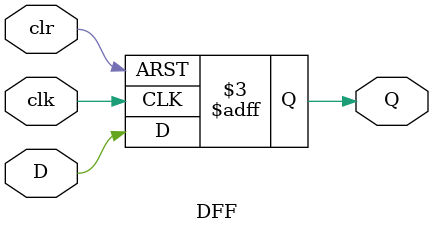
<source format=v>
module DFF(input D,clk,clr,output reg Q);
    always@(negedge clk,negedge clr)
    begin
        if (~clr) Q<=1'b0;
        else Q<=D;
    end 
endmodule

</source>
